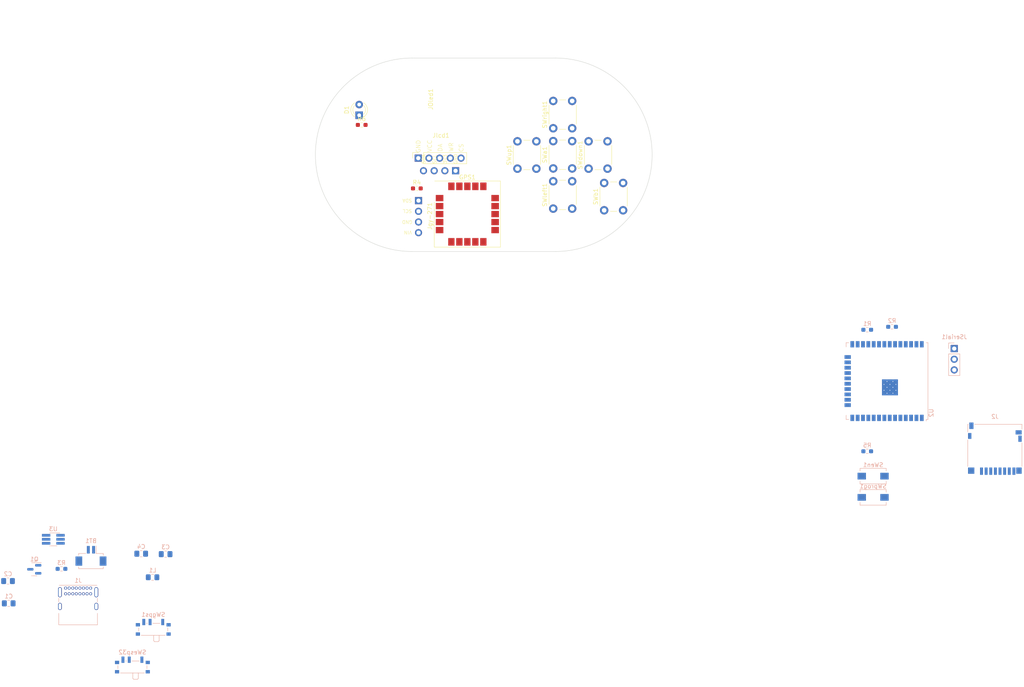
<source format=kicad_pcb>
(kicad_pcb (version 20221018) (generator pcbnew)
  (layers (0 "F.Cu" signal) (31 "B.Cu" signal) (34 "B.Paste" user) (35 "F.Paste" user) (36 "B.SilkS" user "B.Silkscreen") (37 "F.SilkS" user "F.Silkscreen") (38 "B.Mask" user) (39 "F.Mask" user) (44 "Edge.Cuts" user))
  (net 0 "")
  (net 1 "Net-(BT1-+)")
  (net 2 "GND")
  (net 3 "Net-(U3-VCC)")
  (net 4 "+3V3")
  (net 8 "CS")
  (net 9 "MISO")
  (net 10 "VCC")
  (net 11 "CLK")
  (net 12 "MOSI")
  (net 14 "SCL")
  (net 15 "SDA")
  (net 16 "Net-(D1-K)")
  (net 17 "Net-(JSerial1-Pin_1)")
  (net 18 "Net-(JSerial1-Pin_2)")
  (net 19 "Net-(SWesp32-B)")
  (net 20 "Net-(Q1-B)")
  (net 21 "Net-(Q1-E)")
  (net 22 "RX2")
  (net 23 "TX2")
  (net 24 "Net-(U3-Prog)")
  (net 25 "Net-(SWen1-B)")
  (net 26 "B5")
  (net 27 "B6")
  (net 28 "B2")
  (net 31 "B3")
  (net 32 "Net-(SWprog1-A)")
  (net 33 "B4")
  (net 34 "B1")
  (net 39 "Net-(D1-A)")
  (net 41 "lcd_data")
  (net 48 "lcd_wr")
  (net 49 "lcd_cs")
  (net 55 "Net-(GPS1-TXD)")
  (net 56 "Net-(GPS1-RXD)")
  (net 57 "Net-(GPS1-~{RESET})")
  (footprint "mia_libreria:Display_i2c_128x64" (layer "F.Cu") (at 130.7 57.3 90)
    (fp_text reference "JOled1" (at 17 1.7 90) (layer "F.SilkS"))
    (fp_text value "Conn_01x04_Shielded")
    (fp_text user "GND" (at 1.5 8.1 90 unlocked) (layer "F.SilkS") (effects (font (size 0.8 0.8) (thickness 0.1)) (justify left bottom)))
    (fp_text user "SDA" (at 1.6 0.5 90 unlocked) (layer "F.SilkS") (effects (font (size 0.8 0.8) (thickness 0.1)) (justify left bottom)))
    (fp_text user "3V3" (at 1.6 5.6 90 unlocked) (layer "F.SilkS") (effects (font (size 0.8 0.8) (thickness 0.1)) (justify left bottom)))
    (fp_text user "SCL" (at 1.6 3.1 90 unlocked) (layer "F.SilkS") (effects (font (size 0.8 0.8) (thickness 0.1)) (justify left bottom)))
    (pad "1" thru_hole rect (at 0 7.6 270) (size 1.7 1.7) (drill 1) (layers "*.Cu" "*.Mask") (net 2 "GND"))
    (pad "2" thru_hole oval (at 0 5.06 270) (size 1.7 1.7) (drill 1) (layers "*.Cu" "*.Mask") (net 10 "VCC"))
    (pad "3" thru_hole oval (at 0 2.52 270) (size 1.7 1.7) (drill 1) (layers "*.Cu" "*.Mask") (net 14 "SCL"))
    (pad "4" thru_hole oval (at 0 -0.02 270) (size 1.7 1.7) (drill 1) (layers "*.Cu" "*.Mask") (net 15 "SDA"))
  )
  (footprint "Button_Switch_THT:SW_PUSH_6mm" (layer "F.Cu") (at 169.9 56.8 90)
    (fp_text reference "SWdown1" (at 3.25 -2 90) (layer "F.SilkS"))
    (fp_text value "SW_SPST")
    (fp_line (start -0.25 1.5) (end -0.25 3) (stroke (width 0.12)) (layer "F.SilkS"))
    (fp_line (start 1 5.5) (end 5.5 5.5) (stroke (width 0.12)) (layer "F.SilkS"))
    (fp_line (start 5.5 -1) (end 1 -1) (stroke (width 0.12)) (layer "F.SilkS"))
    (fp_line (start 6.75 3) (end 6.75 1.5) (stroke (width 0.12)) (layer "F.SilkS"))
    (pad "1" thru_hole circle (at 0 0 180) (size 2 2) (drill 1.1) (layers "*.Cu" "*.Mask") (net 28 "B2"))
    (pad "1" thru_hole circle (at 6.5 0 180) (size 2 2) (drill 1.1) (layers "*.Cu" "*.Mask") (net 28 "B2"))
    (pad "2" thru_hole circle (at 0 4.5 180) (size 2 2) (drill 1.1) (layers "*.Cu" "*.Mask") (net 2 "GND"))
    (pad "2" thru_hole circle (at 6.5 4.5 180) (size 2 2) (drill 1.1) (layers "*.Cu" "*.Mask") (net 2 "GND"))
  )
  (footprint "Resistor_SMD:R_0603_1608Metric_Pad0.98x0.95mm_HandSolder" (layer "F.Cu") (at 116 46.4)
    (fp_text reference "R6" (at 0 -1.43) (layer "F.SilkS"))
    (fp_text value "R")
    (fp_line (start -0.254724 -0.5225) (end 0.254724 -0.5225) (stroke (width 0.12)) (layer "F.SilkS"))
    (fp_line (start -0.254724 0.5225) (end 0.254724 0.5225) (stroke (width 0.12)) (layer "F.SilkS"))
    (pad "1" smd roundrect (at -0.9125 0) (size 0.975 0.95) (layers "F.Cu" "F.Paste" "F.Mask") (net 16 "Net-(D1-K)"))
    (pad "2" smd roundrect (at 0.9125 0) (size 0.975 0.95) (layers "F.Cu" "F.Paste" "F.Mask") (net 2 "GND"))
  )
  (footprint "Button_Switch_THT:SW_PUSH_6mm" (layer "F.Cu") (at 161.5 47.2 90)
    (fp_text reference "SWright1" (at 3.25 -2 90) (layer "F.SilkS"))
    (fp_text value "SW_SPST")
    (fp_line (start -0.25 1.5) (end -0.25 3) (stroke (width 0.12)) (layer "F.SilkS"))
    (fp_line (start 1 5.5) (end 5.5 5.5) (stroke (width 0.12)) (layer "F.SilkS"))
    (fp_line (start 5.5 -1) (end 1 -1) (stroke (width 0.12)) (layer "F.SilkS"))
    (fp_line (start 6.75 3) (end 6.75 1.5) (stroke (width 0.12)) (layer "F.SilkS"))
    (pad "1" thru_hole circle (at 0 0 180) (size 2 2) (drill 1.1) (layers "*.Cu" "*.Mask") (net 33 "B4"))
    (pad "1" thru_hole circle (at 6.5 0 180) (size 2 2) (drill 1.1) (layers "*.Cu" "*.Mask") (net 33 "B4"))
    (pad "2" thru_hole circle (at 0 4.5 180) (size 2 2) (drill 1.1) (layers "*.Cu" "*.Mask") (net 2 "GND"))
    (pad "2" thru_hole circle (at 6.5 4.5 180) (size 2 2) (drill 1.1) (layers "*.Cu" "*.Mask") (net 2 "GND"))
  )
  (footprint "Button_Switch_THT:SW_PUSH_6mm" (layer "F.Cu") (at 161.5 66.3 90)
    (fp_text reference "SWleft1" (at 3.25 -2 90) (layer "F.SilkS"))
    (fp_text value "SW_SPST")
    (fp_line (start -0.25 1.5) (end -0.25 3) (stroke (width 0.12)) (layer "F.SilkS"))
    (fp_line (start 1 5.5) (end 5.5 5.5) (stroke (width 0.12)) (layer "F.SilkS"))
    (fp_line (start 5.5 -1) (end 1 -1) (stroke (width 0.12)) (layer "F.SilkS"))
    (fp_line (start 6.75 3) (end 6.75 1.5) (stroke (width 0.12)) (layer "F.SilkS"))
    (pad "1" thru_hole circle (at 0 0 180) (size 2 2) (drill 1.1) (layers "*.Cu" "*.Mask") (net 31 "B3"))
    (pad "1" thru_hole circle (at 6.5 0 180) (size 2 2) (drill 1.1) (layers "*.Cu" "*.Mask") (net 31 "B3"))
    (pad "2" thru_hole circle (at 0 4.5 180) (size 2 2) (drill 1.1) (layers "*.Cu" "*.Mask") (net 2 "GND"))
    (pad "2" thru_hole circle (at 6.5 4.5 180) (size 2 2) (drill 1.1) (layers "*.Cu" "*.Mask") (net 2 "GND"))
  )
  (footprint "Button_Switch_THT:SW_PUSH_6mm" (layer "F.Cu") (at 173.6 66.7 90)
    (fp_text reference "SWb1" (at 3.25 -2 90) (layer "F.SilkS"))
    (fp_text value "SW_SPST")
    (fp_line (start -0.25 1.5) (end -0.25 3) (stroke (width 0.12)) (layer "F.SilkS"))
    (fp_line (start 1 5.5) (end 5.5 5.5) (stroke (width 0.12)) (layer "F.SilkS"))
    (fp_line (start 5.5 -1) (end 1 -1) (stroke (width 0.12)) (layer "F.SilkS"))
    (fp_line (start 6.75 3) (end 6.75 1.5) (stroke (width 0.12)) (layer "F.SilkS"))
    (pad "1" thru_hole circle (at 0 0 180) (size 2 2) (drill 1.1) (layers "*.Cu" "*.Mask") (net 27 "B6"))
    (pad "1" thru_hole circle (at 6.5 0 180) (size 2 2) (drill 1.1) (layers "*.Cu" "*.Mask") (net 27 "B6"))
    (pad "2" thru_hole circle (at 0 4.5 180) (size 2 2) (drill 1.1) (layers "*.Cu" "*.Mask") (net 2 "GND"))
    (pad "2" thru_hole circle (at 6.5 4.5 180) (size 2 2) (drill 1.1) (layers "*.Cu" "*.Mask") (net 2 "GND"))
  )
  (footprint "Resistor_SMD:R_0603_1608Metric_Pad0.98x0.95mm_HandSolder" (layer "F.Cu") (at 129.1 61.5)
    (fp_text reference "R4" (at 0 -1.43) (layer "F.SilkS"))
    (fp_text value "3,3K")
    (fp_line (start -0.254724 -0.5225) (end 0.254724 -0.5225) (stroke (width 0.12)) (layer "F.SilkS"))
    (fp_line (start -0.254724 0.5225) (end 0.254724 0.5225) (stroke (width 0.12)) (layer "F.SilkS"))
    (pad "1" smd roundrect (at -0.9125 0) (size 0.975 0.95) (layers "F.Cu" "F.Paste" "F.Mask") (net 57 "Net-(GPS1-~{RESET})"))
    (pad "2" smd roundrect (at 0.9125 0) (size 0.975 0.95) (layers "F.Cu" "F.Paste" "F.Mask") (net 4 "+3V3"))
  )
  (footprint "Button_Switch_THT:SW_PUSH_6mm" (layer "F.Cu") (at 161.5 56.75 90)
    (fp_text reference "SWa1" (at 3.25 -2 90) (layer "F.SilkS"))
    (fp_text value "SW_SPST")
    (fp_line (start -0.25 1.5) (end -0.25 3) (stroke (width 0.12)) (layer "F.SilkS"))
    (fp_line (start 1 5.5) (end 5.5 5.5) (stroke (width 0.12)) (layer "F.SilkS"))
    (fp_line (start 5.5 -1) (end 1 -1) (stroke (width 0.12)) (layer "F.SilkS"))
    (fp_line (start 6.75 3) (end 6.75 1.5) (stroke (width 0.12)) (layer "F.SilkS"))
    (pad "1" thru_hole circle (at 0 0 180) (size 2 2) (drill 1.1) (layers "*.Cu" "*.Mask") (net 26 "B5"))
    (pad "1" thru_hole circle (at 6.5 0 180) (size 2 2) (drill 1.1) (layers "*.Cu" "*.Mask") (net 26 "B5"))
    (pad "2" thru_hole circle (at 0 4.5 180) (size 2 2) (drill 1.1) (layers "*.Cu" "*.Mask") (net 2 "GND"))
    (pad "2" thru_hole circle (at 6.5 4.5 180) (size 2 2) (drill 1.1) (layers "*.Cu" "*.Mask") (net 2 "GND"))
  )
  (footprint "Button_Switch_THT:SW_PUSH_6mm" (layer "F.Cu") (at 153 56.8 90)
    (fp_text reference "SWup1" (at 3.25 -2 90) (layer "F.SilkS"))
    (fp_text value "SW_SPST")
    (fp_line (start -0.25 1.5) (end -0.25 3) (stroke (width 0.12)) (layer "F.SilkS"))
    (fp_line (start 1 5.5) (end 5.5 5.5) (stroke (width 0.12)) (layer "F.SilkS"))
    (fp_line (start 5.5 -1) (end 1 -1) (stroke (width 0.12)) (layer "F.SilkS"))
    (fp_line (start 6.75 3) (end 6.75 1.5) (stroke (width 0.12)) (layer "F.SilkS"))
    (pad "1" thru_hole circle (at 0 0 180) (size 2 2) (drill 1.1) (layers "*.Cu" "*.Mask") (net 34 "B1"))
    (pad "1" thru_hole circle (at 6.5 0 180) (size 2 2) (drill 1.1) (layers "*.Cu" "*.Mask") (net 34 "B1"))
    (pad "2" thru_hole circle (at 0 4.5 180) (size 2 2) (drill 1.1) (layers "*.Cu" "*.Mask") (net 2 "GND"))
    (pad "2" thru_hole circle (at 6.5 4.5 180) (size 2 2) (drill 1.1) (layers "*.Cu" "*.Mask") (net 2 "GND"))
  )
  (footprint "LED_THT:LED_D3.0mm" (layer "F.Cu") (at 115.4 44.1 90)
    (fp_text reference "D1" (at 1.27 -2.96 90) (layer "F.SilkS"))
    (fp_text value "LED")
    (fp_line (start -0.29 -1.236) (end -0.29 -1.08) (stroke (width 0.12)) (layer "F.SilkS"))
    (fp_line (start -0.29 1.08) (end -0.29 1.236) (stroke (width 0.12)) (layer "F.SilkS"))
    (fp_arc (start -0.29 -1.235516) (mid 1.366487 -1.987659) (end 2.942335 -1.078608) (stroke (width 0.12)) (layer "F.SilkS"))
    (fp_arc (start 0.229039 -1.08) (mid 1.270117 -1.5) (end 2.31113 -1.079837) (stroke (width 0.12)) (layer "F.SilkS"))
    (fp_arc (start 2.31113 1.079837) (mid 1.270117 1.5) (end 0.229039 1.08) (stroke (width 0.12)) (layer "F.SilkS"))
    (fp_arc (start 2.942335 1.078608) (mid 1.366487 1.987659) (end -0.29 1.235516) (stroke (width 0.12)) (layer "F.SilkS"))
    (pad "1" thru_hole rect (at 0 0 90) (size 1.8 1.8) (drill 0.9) (layers "*.Cu" "*.Mask") (net 16 "Net-(D1-K)"))
    (pad "2" thru_hole circle (at 2.54 0 90) (size 1.8 1.8) (drill 0.9) (layers "*.Cu" "*.Mask") (net 39 "Net-(D1-A)"))
  )
  (footprint "RF_GPS:ublox_SAM-M8Q" (layer "F.Cu") (at 141.1 67.6)
    (fp_text reference "GPS1" (at 0 -8.75) (layer "F.SilkS"))
    (fp_text value "SAM-M8Q")
    (fp_line (start -7.86 -2.8) (end -7.86 7.86) (stroke (width 0.12)) (layer "F.SilkS"))
    (fp_line (start -7.86 7.86) (end 7.86 7.86) (stroke (width 0.12)) (layer "F.SilkS"))
    (fp_line (start -7.75 -7.86) (end 7.86 -7.86) (stroke (width 0.12)) (layer "F.SilkS"))
    (fp_line (start 7.86 -7.86) (end 7.86 7.86) (stroke (width 0.12)) (layer "F.SilkS"))
    (pad "1" smd rect (at -6.6 -3.8) (size 1.8 1.5) (layers "F.Cu" "F.Mask") (net 2 "GND"))
    (pad "2" smd rect (at -6.6 -1.9) (size 1.8 1.5) (layers "F.Cu" "F.Mask") (net 4 "+3V3"))
    (pad "3" smd rect (at -6.6 0) (size 1.8 1.5) (layers "F.Cu" "F.Mask") (net 4 "+3V3"))
    (pad "4" smd rect (at -6.6 1.9) (size 1.8 1.5) (layers "F.Cu" "F.Mask") (net 2 "GND"))
    (pad "5" smd rect (at -6.6 3.8) (size 1.8 1.5) (layers "F.Cu" "F.Mask") (net 2 "GND"))
    (pad "6" smd rect (at -3.8 6.6) (size 1.5 1.8) (layers "F.Cu" "F.Mask") (net 2 "GND"))
    (pad "7" smd rect (at -1.9 6.6) (size 1.5 1.8) (layers "F.Cu" "F.Mask"))
    (pad "8" smd rect (at 0 6.6) (size 1.5 1.8) (layers "F.Cu" "F.Mask"))
    (pad "9" smd rect (at 1.9 6.6) (size 1.5 1.8) (layers "F.Cu" "F.Mask"))
    (pad "10" smd rect (at 3.8 6.6) (size 1.5 1.8) (layers "F.Cu" "F.Mask") (net 2 "GND"))
    (pad "11" smd rect (at 6.6 3.8) (size 1.8 1.5) (layers "F.Cu" "F.Mask") (net 2 "GND"))
    (pad "12" smd rect (at 6.6 1.9) (size 1.8 1.5) (layers "F.Cu" "F.Mask"))
    (pad "13" smd rect (at 6.6 0) (size 1.8 1.5) (layers "F.Cu" "F.Mask") (net 55 "Net-(GPS1-TXD)"))
    (pad "14" smd rect (at 6.6 -1.9) (size 1.8 1.5) (layers "F.Cu" "F.Mask") (net 56 "Net-(GPS1-RXD)"))
    (pad "15" smd rect (at 6.6 -3.8) (size 1.8 1.5) (layers "F.Cu" "F.Mask") (net 2 "GND"))
    (pad "16" smd rect (at 3.8 -6.6) (size 1.5 1.8) (layers "F.Cu" "F.Mask") (net 2 "GND"))
    (pad "17" smd rect (at 1.9 -6.6) (size 1.5 1.8) (layers "F.Cu" "F.Mask") (net 4 "+3V3"))
    (pad "18" smd rect (at 0 -6.6) (size 1.5 1.8) (layers "F.Cu" "F.Mask") (net 57 "Net-(GPS1-~{RESET})"))
    (pad "19" smd rect (at -1.9 -6.6) (size 1.5 1.8) (layers "F.Cu" "F.Mask"))
    (pad "20" smd rect (at -3.8 -6.6) (size 1.5 1.8) (layers "F.Cu" "F.Mask") (net 2 "GND"))
  )
  (footprint "mia_libreria:display_7_segm_4_digits" (layer "F.Cu") (at 129.44 54.3 90)
    (fp_text reference "Jlcd1" (at 5.4 5.4) (layer "F.SilkS"))
    (fp_text value "Conn_01x05_Shielded")
    (fp_text user "GND" (at 1.2 0.6 90 unlocked) (layer "F.SilkS") (effects (font (thickness 0.1)) (justify left bottom)))
    (fp_text user "DA" (at 1.5 5.8 90 unlocked) (layer "F.SilkS") (effects (font (thickness 0.1)) (justify left bottom)))
    (fp_text user "CS" (at 1.4 10.8 90 unlocked) (layer "F.SilkS") (effects (font (thickness 0.1)) (justify left bottom)))
    (fp_text user "VCC" (at 1.4 3.3 90 unlocked) (layer "F.SilkS") (effects (font (thickness 0.1)) (justify left bottom)))
    (fp_text user "WR" (at 1.5 8.4 90 unlocked) (layer "F.SilkS") (effects (font (thickness 0.1)) (justify left bottom)))
    (fp_line (start -1.33 1.27) (end -1.33 11.49) (stroke (width 0.12)) (layer "F.SilkS"))
    (fp_line (start -1.33 1.27) (end 1.33 1.27) (stroke (width 0.12)) (layer "F.SilkS"))
    (fp_line (start -1.33 11.49) (end 1.33 11.49) (stroke (width 0.12)) (layer "F.SilkS"))
    (fp_line (start 0 -1.33) (end 1.33 -1.33) (stroke (width 0.12)) (layer "F.SilkS"))
    (fp_line (start 1.33 -1.33) (end 1.33 0) (stroke (width 0.12)) (layer "F.SilkS"))
    (fp_line (start 1.33 1.27) (end 1.33 11.49) (stroke (width 0.12)) (layer "F.SilkS"))
    (pad "1" thru_hole rect (at 0 0 90) (size 1.7 1.7) (drill 1) (layers "*.Cu" "*.Mask") (net 2 "GND"))
    (pad "2" thru_hole oval (at 0 2.54 90) (size 1.7 1.7) (drill 1) (layers "*.Cu" "*.Mask") (net 10 "VCC"))
    (pad "3" thru_hole oval (at 0 5.08 90) (size 1.7 1.7) (drill 1) (layers "*.Cu" "*.Mask") (net 41 "lcd_data"))
    (pad "4" thru_hole oval (at 0 7.62 90) (size 1.7 1.7) (drill 1) (layers "*.Cu" "*.Mask") (net 48 "lcd_wr"))
    (pad "5" thru_hole oval (at 0 10.16 90) (size 1.7 1.7) (drill 1) (layers "*.Cu" "*.Mask") (net 49 "lcd_cs"))
  )
  (footprint "mia_libreria:BMP280" (layer "F.Cu") (at 129.5 64.4)
    (fp_text reference "Jgy-271" (at 2.7 3.7 -90) (layer "F.SilkS"))
    (fp_text value "Conn_01x05_Shielded")
    (fp_text user "SDA" (at -1.5 -0.5 180 unlocked) (layer "F.SilkS") (effects (font (size 0.8 0.8) (thickness 0.1)) (justify left bottom)))
    (fp_text user "SCL" (at -1.5 2 180 unlocked) (layer "F.SilkS") (effects (font (size 0.8 0.8) (thickness 0.1)) (justify left bottom)))
    (fp_text user "VIN" (at -1.5 7.1 180 unlocked) (layer "F.SilkS") (effects (font (size 0.8 0.8) (thickness 0.1)) (justify left bottom)))
    (fp_text user "GND" (at -1.4 4.6 180 unlocked) (layer "F.SilkS") (effects (font (size 0.8 0.8) (thickness 0.1)) (justify left bottom)))
    (pad "1" thru_hole rect (at 0 0) (size 1.7 1.7) (drill 1) (layers "*.Cu" "*.Mask") (net 10 "VCC"))
    (pad "2" thru_hole oval (at 0 2.54) (size 1.7 1.7) (drill 1) (layers "*.Cu" "*.Mask") (net 2 "GND"))
    (pad "3" thru_hole oval (at 0 5.08) (size 1.7 1.7) (drill 1) (layers "*.Cu" "*.Mask") (net 14 "SCL"))
    (pad "4" thru_hole oval (at 0 7.62) (size 1.7 1.7) (drill 1) (layers "*.Cu" "*.Mask") (net 15 "SDA"))
  )
  (footprint "Package_TO_SOT_SMD:SOT-23" (layer "B.Cu") (at 38.2125 152.05 180)
    (fp_text reference "Q1" (at 0 2.4) (layer "B.SilkS") (effects (justify mirror)))
    (fp_text value "MMBTA92")
    (fp_line (start 0 -1.56) (end -0.65 -1.56) (stroke (width 0.12)) (layer "B.SilkS"))
    (fp_line (start 0 -1.56) (end 0.65 -1.56) (stroke (width 0.12)) (layer "B.SilkS"))
    (fp_line (start 0 1.56) (end -1.675 1.56) (stroke (width 0.12)) (layer "B.SilkS"))
    (fp_line (start 0 1.56) (end 0.65 1.56) (stroke (width 0.12)) (layer "B.SilkS"))
    (pad "1" smd roundrect (at -0.9375 0.95 180) (size 1.475 0.6) (layers "B.Cu" "B.Paste" "B.Mask") (net 20 "Net-(Q1-B)"))
    (pad "2" smd roundrect (at -0.9375 -0.95 180) (size 1.475 0.6) (layers "B.Cu" "B.Paste" "B.Mask") (net 21 "Net-(Q1-E)"))
    (pad "3" smd roundrect (at 0.9375 0 180) (size 1.475 0.6) (layers "B.Cu" "B.Paste" "B.Mask") (net 1 "Net-(BT1-+)"))
  )
  (footprint "Resistor_SMD:R_0603_1608Metric_Pad0.98x0.95mm_HandSolder" (layer "B.Cu") (at 236.1 95.1 180)
    (fp_text reference "R1" (at 0 1.43) (layer "B.SilkS") (effects (justify mirror)))
    (fp_text value "100R")
    (fp_line (start -0.254724 -0.5225) (end 0.254724 -0.5225) (stroke (width 0.12)) (layer "B.SilkS"))
    (fp_line (start -0.254724 0.5225) (end 0.254724 0.5225) (stroke (width 0.12)) (layer "B.SilkS"))
    (pad "1" smd roundrect (at -0.9125 0 180) (size 0.975 0.95) (layers "B.Cu" "B.Paste" "B.Mask") (net 22 "RX2"))
    (pad "2" smd roundrect (at 0.9125 0 180) (size 0.975 0.95) (layers "B.Cu" "B.Paste" "B.Mask") (net 55 "Net-(GPS1-TXD)"))
  )
  (footprint "Resistor_SMD:R_0603_1608Metric_Pad0.98x0.95mm_HandSolder" (layer "B.Cu") (at 242 94.4 180)
    (fp_text reference "R2" (at 0 1.43) (layer "B.SilkS") (effects (justify mirror)))
    (fp_text value "100R")
    (fp_line (start -0.254724 -0.5225) (end 0.254724 -0.5225) (stroke (width 0.12)) (layer "B.SilkS"))
    (fp_line (start -0.254724 0.5225) (end 0.254724 0.5225) (stroke (width 0.12)) (layer "B.SilkS"))
    (pad "1" smd roundrect (at -0.9125 0 180) (size 0.975 0.95) (layers "B.Cu" "B.Paste" "B.Mask") (net 23 "TX2"))
    (pad "2" smd roundrect (at 0.9125 0 180) (size 0.975 0.95) (layers "B.Cu" "B.Paste" "B.Mask") (net 56 "Net-(GPS1-RXD)"))
  )
  (footprint "Connector_Hirose:Hirose_DF13C_CL535-0402-2-51_1x02-1MP_P1.25mm_Vertical" (layer "B.Cu") (at 51.675 148.85 180)
    (fp_text reference "BT1" (at 0 3.55) (layer "B.SilkS") (effects (justify mirror)))
    (fp_text value "Battery_Cell")
    (fp_line (start -2.925 -3.05) (end 2.925 -3.05) (stroke (width 0.12)) (layer "B.SilkS"))
    (fp_line (start -2.925 -2.61) (end -2.925 -3.05) (stroke (width 0.12)) (layer "B.SilkS"))
    (fp_line (start -2.925 0.55) (end -2.925 0.11) (stroke (width 0.12)) (layer "B.SilkS"))
    (fp_line (start -1.235 0.55) (end -2.925 0.55) (stroke (width 0.12)) (layer "B.SilkS"))
    (fp_line (start -1.235 0.55) (end -1.235 2.35) (stroke (width 0.12)) (layer "B.SilkS"))
    (fp_line (start 1.235 0.55) (end 2.925 0.55) (stroke (width 0.12)) (layer "B.SilkS"))
    (fp_line (start 2.925 -3.05) (end 2.925 -2.61) (stroke (width 0.12)) (layer "B.SilkS"))
    (fp_line (start 2.925 0.55) (end 2.925 0.11) (stroke (width 0.12)) (layer "B.SilkS"))
    (pad "1" smd rect (at -0.625 1.45 180) (size 0.7 1.8) (layers "B.Cu" "B.Paste" "B.Mask") (net 1 "Net-(BT1-+)"))
    (pad "2" smd rect (at 0.625 1.45 180) (size 0.7 1.8) (layers "B.Cu" "B.Paste" "B.Mask") (net 2 "GND"))
    (pad "MP" smd rect (at -2.875 -1.25 180) (size 1.6 2.2) (layers "B.Cu" "B.Paste" "B.Mask"))
    (pad "MP" smd rect (at 2.875 -1.25 180) (size 1.6 2.2) (layers "B.Cu" "B.Paste" "B.Mask"))
  )
  (footprint "Capacitor_SMD:C_0805_2012Metric_Pad1.18x1.45mm_HandSolder" (layer "B.Cu") (at 69.4125 148.45 180)
    (fp_text reference "C3" (at 0 1.68) (layer "B.SilkS") (effects (justify mirror)))
    (fp_text value "22pF")
    (fp_line (start -0.261252 -0.735) (end 0.261252 -0.735) (stroke (width 0.12)) (layer "B.SilkS"))
    (fp_line (start -0.261252 0.735) (end 0.261252 0.735) (stroke (width 0.12)) (layer "B.SilkS"))
    (pad "1" smd roundrect (at -1.0375 0 180) (size 1.175 1.45) (layers "B.Cu" "B.Paste" "B.Mask") (roundrect_rratio 0.212766) (net 4 "+3V3"))
    (pad "2" smd roundrect (at 1.0375 0 180) (size 1.175 1.45) (layers "B.Cu" "B.Paste" "B.Mask") (roundrect_rratio 0.212766) (net 2 "GND"))
  )
  (footprint "Inductor_SMD:L_0805_2012Metric_Pad1.15x1.40mm_HandSolder" (layer "B.Cu") (at 66.3125 153.95 180)
    (fp_text reference "L1" (at 0 1.65) (layer "B.SilkS") (effects (justify mirror)))
    (fp_text value "120R@100Mhz")
    (fp_line (start -0.261252 -0.71) (end 0.261252 -0.71) (stroke (width 0.12)) (layer "B.SilkS"))
    (fp_line (start -0.261252 0.71) (end 0.261252 0.71) (stroke (width 0.12)) (layer "B.SilkS"))
    (pad "1" smd roundrect (at -1.025 0 180) (size 1.15 1.4) (layers "B.Cu" "B.Paste" "B.Mask") (roundrect_rratio 0.217391) (net 19 "Net-(SWesp32-B)"))
    (pad "2" smd roundrect (at 1.025 0 180) (size 1.15 1.4) (layers "B.Cu" "B.Paste" "B.Mask") (roundrect_rratio 0.217391) (net 4 "+3V3"))
  )
  (footprint "Resistor_SMD:R_0603_1608Metric_Pad0.98x0.95mm_HandSolder" (layer "B.Cu") (at 44.675 151.95 180)
    (fp_text reference "R3" (at 0 1.43) (layer "B.SilkS") (effects (justify mirror)))
    (fp_text value "5K")
    (fp_line (start -0.254724 -0.5225) (end 0.254724 -0.5225) (stroke (width 0.12)) (layer "B.SilkS"))
    (fp_line (start -0.254724 0.5225) (end 0.254724 0.5225) (stroke (width 0.12)) (layer "B.SilkS"))
    (pad "1" smd roundrect (at -0.9125 0 180) (size 0.975 0.95) (layers "B.Cu" "B.Paste" "B.Mask") (net 24 "Net-(U3-Prog)"))
    (pad "2" smd roundrect (at 0.9125 0 180) (size 0.975 0.95) (layers "B.Cu" "B.Paste" "B.Mask") (net 2 "GND"))
  )
  (footprint "Package_TO_SOT_SMD:TSOT-23-6_HandSoldering" (layer "B.Cu") (at 42.735 144.92 180)
    (fp_text reference "U3" (at 0 2.45) (layer "B.SilkS") (effects (justify mirror)))
    (fp_text value "LTC4054ES5-4.2")
    (fp_line (start -0.88 -1.56) (end 0.88 -1.56) (stroke (width 0.12)) (layer "B.SilkS"))
    (fp_line (start 0.88 1.51) (end -1.55 1.51) (stroke (width 0.12)) (layer "B.SilkS"))
    (pad "1" smd rect (at -1.71 0.95 180) (size 2 0.65) (layers "B.Cu" "B.Paste" "B.Mask") (net 21 "Net-(Q1-E)"))
    (pad "2" smd rect (at -1.71 0 180) (size 2 0.65) (layers "B.Cu" "B.Paste" "B.Mask") (net 2 "GND"))
    (pad "3" smd rect (at -1.71 -0.95 180) (size 2 0.65) (layers "B.Cu" "B.Paste" "B.Mask") (net 3 "Net-(U3-VCC)"))
    (pad "4" smd rect (at 1.71 -0.95 180) (size 2 0.65) (layers "B.Cu" "B.Paste" "B.Mask") (net 24 "Net-(U3-Prog)"))
    (pad "5" smd rect (at 1.71 0 180) (size 2 0.65) (layers "B.Cu" "B.Paste" "B.Mask") (net 1 "Net-(BT1-+)"))
    (pad "6" smd rect (at 1.71 0.95 180) (size 2 0.65) (layers "B.Cu" "B.Paste" "B.Mask") (net 20 "Net-(Q1-B)"))
  )
  (footprint "Capacitor_SMD:C_0805_2012Metric_Pad1.18x1.45mm_HandSolder" (layer "B.Cu") (at 63.6125 148.35 180)
    (fp_text reference "C4" (at 0 1.68) (layer "B.SilkS") (effects (justify mirror)))
    (fp_text value "4,7uF")
    (fp_line (start -0.261252 -0.735) (end 0.261252 -0.735) (stroke (width 0.12)) (layer "B.SilkS"))
    (fp_line (start -0.261252 0.735) (end 0.261252 0.735) (stroke (width 0.12)) (layer "B.SilkS"))
    (pad "1" smd roundrect (at -1.0375 0 180) (size 1.175 1.45) (layers "B.Cu" "B.Paste" "B.Mask") (roundrect_rratio 0.212766) (net 4 "+3V3"))
    (pad "2" smd roundrect (at 1.0375 0 180) (size 1.175 1.45) (layers "B.Cu" "B.Paste" "B.Mask") (roundrect_rratio 0.212766) (net 2 "GND"))
  )
  (footprint "RF_Module:ESP32-WROOM-32U" (layer "B.Cu") (at 240.81 107.3 90)
    (fp_text reference "U2" (at -7.58 10.5 90) (layer "B.SilkS") (effects (justify mirror)))
    (fp_text value "ESP32-WROOM-32U")
    (fp_line (start -9.12 -9.72) (end -8.12 -9.72) (stroke (width 0.12)) (layer "B.SilkS"))
    (fp_line (start -9.12 -9.1) (end -9.12 -9.72) (stroke (width 0.12)) (layer "B.SilkS"))
    (fp_line (start -9.12 9.3) (end -9.5 9.3) (stroke (width 0.12)) (layer "B.SilkS"))
    (fp_line (start -9.12 9.72) (end -9.12 9.3) (stroke (width 0.12)) (layer "B.SilkS"))
    (fp_line (start -9.12 9.72) (end 9.12 9.72) (stroke (width 0.12)) (layer "B.SilkS"))
    (fp_line (start 9.12 -9.72) (end 8.12 -9.72) (stroke (width 0.12)) (layer "B.SilkS"))
    (fp_line (start 9.12 -9.1) (end 9.12 -9.72) (stroke (width 0.12)) (layer "B.SilkS"))
    (fp_line (start 9.12 9.72) (end 9.12 9.3) (stroke (width 0.12)) (layer "B.SilkS"))
    (pad "1" smd rect (at -8.75 8.255 90) (size 1.5 0.9) (layers "B.Cu" "B.Paste" "B.Mask") (net 2 "GND"))
    (pad "2" smd rect (at -8.75 6.985 90) (size 1.5 0.9) (layers "B.Cu" "B.Paste" "B.Mask") (net 10 "VCC"))
    (pad "3" smd rect (at -8.75 5.715 90) (size 1.5 0.9) (layers "B.Cu" "B.Paste" "B.Mask") (net 25 "Net-(SWen1-B)"))
    (pad "4" smd rect (at -8.75 4.445 90) (size 1.5 0.9) (layers "B.Cu" "B.Paste" "B.Mask"))
    (pad "5" smd rect (at -8.75 3.175 90) (size 1.5 0.9) (layers "B.Cu" "B.Paste" "B.Mask"))
    (pad "6" smd rect (at -8.75 1.905 90) (size 1.5 0.9) (layers "B.Cu" "B.Paste" "B.Mask"))
    (pad "7" smd rect (at -8.75 0.635 90) (size 1.5 0.9) (layers "B.Cu" "B.Paste" "B.Mask"))
    (pad "8" smd rect (at -8.75 -0.635 90) (size 1.5 0.9) (layers "B.Cu" "B.Paste" "B.Mask") (net 39 "Net-(D1-A)"))
    (pad "9" smd rect (at -8.75 -1.905 90) (size 1.5 0.9) (layers "B.Cu" "B.Paste" "B.Mask"))
    (pad "10" smd rect (at -8.75 -3.175 90) (size 1.5 0.9) (layers "B.Cu" "B.Paste" "B.Mask") (net 33 "B4"))
    (pad "11" smd rect (at -8.75 -4.445 90) (size 1.5 0.9) (layers "B.Cu" "B.Paste" "B.Mask") (net 26 "B5"))
    (pad "12" smd rect (at -8.75 -5.715 90) (size 1.5 0.9) (layers "B.Cu" "B.Paste" "B.Mask") (net 27 "B6"))
    (pad "13" smd rect (at -8.75 -6.985 90) (size 1.5 0.9) (layers "B.Cu" "B.Paste" "B.Mask") (net 41 "lcd_data"))
    (pad "14" smd rect (at -8.75 -8.255 90) (size 1.5 0.9) (layers "B.Cu" "B.Paste" "B.Mask") (net 49 "lcd_cs"))
    (pad "15" smd rect (at -5.715 -9.35) (size 1.5 0.9) (layers "B.Cu" "B.Paste" "B.Mask") (net 2 "GND"))
    (pad "16" smd rect (at -4.445 -9.35) (size 1.5 0.9) (layers "B.Cu" "B.Paste" "B.Mask") (net 48 "lcd_wr"))
    (pad "17" smd rect (at -3.175 -9.35) (size 1.5 0.9) (layers "B.Cu" "B.Paste" "B.Mask"))
    (pad "18" smd rect (at -1.905 -9.35) (size 1.5 0.9) (layers "B.Cu" "B.Paste" "B.Mask"))
    (pad "19" smd rect (at -0.635 -9.35) (size 1.5 0.9) (layers "B.Cu" "B.Paste" "B.Mask"))
    (pad "20" smd rect (at 0.635 -9.35) (size 1.5 0.9) (layers "B.Cu" "B.Paste" "B.Mask"))
    (pad "21" smd rect (at 1.905 -9.35) (size 1.5 0.9) (layers "B.Cu" "B.Paste" "B.Mask"))
    (pad "22" smd rect (at 3.175 -9.35) (size 1.5 0.9) (layers "B.Cu" "B.Paste" "B.Mask"))
    (pad "23" smd rect (at 4.445 -9.35) (size 1.5 0.9) (layers "B.Cu" "B.Paste" "B.Mask") (net 31 "B3"))
    (pad "24" smd rect (at 5.715 -9.35) (size 1.5 0.9) (layers "B.Cu" "B.Paste" "B.Mask") (net 34 "B1"))
    (pad "25" smd rect (at 8.75 -8.255 90) (size 1.5 0.9) (layers "B.Cu" "B.Paste" "B.Mask") (net 32 "Net-(SWprog1-A)"))
    (pad "26" smd rect (at 8.75 -6.985 90) (size 1.5 0.9) (layers "B.Cu" "B.Paste" "B.Mask") (net 28 "B2"))
    (pad "27" smd rect (at 8.75 -5.715 90) (size 1.5 0.9) (layers "B.Cu" "B.Paste" "B.Mask") (net 22 "RX2"))
    (pad "28" smd rect (at 8.75 -4.445 90) (size 1.5 0.9) (layers "B.Cu" "B.Paste" "B.Mask") (net 23 "TX2"))
    (pad "29" smd rect (at 8.75 -3.175 90) (size 1.5 0.9) (layers "B.Cu" "B.Paste" "B.Mask") (net 8 "CS"))
    (pad "30" smd rect (at 8.75 -1.905 90) (size 1.5 0.9) (layers "B.Cu" "B.Paste" "B.Mask") (net 11 "CLK"))
    (pad "31" smd rect (at 8.75 -0.635 90) (size 1.5 0.9) (layers "B.Cu" "B.Paste" "B.Mask") (net 9 "MISO"))
    (pad "32" smd rect (at 8.75 0.635 90) (size 1.5 0.9) (layers "B.Cu" "B.Paste" "B.Mask"))
    (pad "33" smd rect (at 8.75 1.905 90) (size 1.5 0.9) (layers "B.Cu" "B.Paste" "B.Mask") (net 15 "SDA"))
    (pad "34" smd rect (at 8.75 3.175 90) (size 1.5 0.9) (layers "B.Cu" "B.Paste" "B.Mask") (net 18 "Net-(JSerial1-Pin_2)"))
    (pad "35" smd rect (at 8.75 4.445 90) (size 1.5 0.9) (layers "B.Cu" "B.Paste" "B.Mask") (net 17 "Net-(JSerial1-Pin_1)"))
    (pad "36" smd rect (at 8.75 5.715 90) (size 1.5 0.9) (layers "B.Cu" "B.Paste" "B.Mask") (net 14 "SCL"))
    (pad "37" smd rect (at 8.75 6.985 90) (size 1.5 0.9) (layers "B.Cu" "B.Paste" "B.Mask") (net 12 "MOSI"))
    (pad "38" smd rect (at 8.75 8.255 90) (size 1.5 0.9) (layers "B.Cu" "B.Paste" "B.Mask") (net 2 "GND"))
    (pad "39" smd rect (at -2.9 -0.71 90) (size 0.9 0.9) (layers "B.Cu" "B.Paste") (net 2 "GND"))
    (pad "39" thru_hole circle (at -2.9 -0.01 90) (size 0.6 0.6) (drill 0.2) (property pad_prop_heatsink) (layers "*.Cu" "B.Mask") (net 2 "GND"))
    (pad "39" smd rect (at -2.9 0.69 90) (size 0.9 0.9) (layers "B.Cu" "B.Paste") (net 2 "GND"))
    (pad "39" thru_hole circle (at -2.9 1.39 90) (size 0.6 0.6) (drill 0.2) (property pad_prop_heatsink) (layers "*.Cu" "B.Mask") (net 2 "GND"))
    (pad "39" smd rect (at -2.9 2.09 90) (size 0.9 0.9) (layers "B.Cu" "B.Paste") (net 2 "GND"))
    (pad "39" thru_hole circle (at -2.2 -0.71 90) (size 0.6 0.6) (drill 0.2) (property pad_prop_heatsink) (layers "*.Cu" "B.Mask") (net 2 "GND"))
    (pad "39" thru_hole circle (at -2.2 0.69 90) (size 0.6 0.6) (drill 0.2) (property pad_prop_heatsink) (layers "*.Cu" "B.Mask") (net 2 "GND"))
    (pad "39" thru_hole circle (at -2.2 2.09 90) (size 0.6 0.6) (drill 0.2) (property pad_prop_heatsink) (layers "*.Cu" "B.Mask") (net 2 "GND"))
    (pad "39" smd rect (at -1.5 -0.71 90) (size 0.9 0.9) (layers "B.Cu" "B.Paste") (net 2 "GND"))
    (pad "39" thru_hole circle (at -1.5 -0.01 90) (size 0.6 0.6) (drill 0.2) (property pad_prop_heatsink) (layers "*.Cu" "B.Mask") (net 2 "GND"))
    (pad "39" smd rect (at -1.5 0.69 90) (size 0.9 0.9) (layers "B.Cu" "B.Paste") (net 2 "GND"))
    (pad "39" smd rect (at -1.5 0.69 90) (size 3.8 3.8) (layers "B.Cu" "B.Mask") (net 2 "GND"))
    (pad "39" thru_hole circle (at -1.5 1.39 90) (size 0.6 0.6) (drill 0.2) (property pad_prop_heatsink) (layers "*.Cu" "B.Mask") (net 2 "GND"))
    (pad "39" smd rect (at -1.5 2.09 90) (size 0.9 0.9) (layers "B.Cu" "B.Paste") (net 2 "GND"))
    (pad "39" thru_hole circle (at -0.8 -0.71 90) (size 0.6 0.6) (drill 0.2) (property pad_prop_heatsink) (layers "*.Cu" "B.Mask") (net 2 "GND"))
    (pad "39" thru_hole circle (at -0.8 0.69 90) (size 0.6 0.6) (drill 0.2) (property pad_prop_heatsink) (layers "*.Cu" "B.Mask") (net 2 "GND"))
    (pad "39" thru_hole circle (at -0.8 2.09 90) (size 0.6 0.6) (drill 0.2) (property pad_prop_heatsink) (layers "*.Cu" "B.Mask") (net 2 "GND"))
    (pad "39" smd rect (at -0.1 -0.71 90) (size 0.9 0.9) (layers "B.Cu" "B.Paste") (net 2 "GND"))
    (pad "39" thru_hole circle (at -0.1 -0.01 90) (size 0.6 0.6) (drill 0.2) (property pad_prop_heatsink) (layers "*.Cu" "B.Mask") (net 2 "GND"))
    (pad "39" smd rect (at -0.1 0.69 90) (size 0.9 0.9) (layers "B.Cu" "B.Paste") (net 2 "GND"))
    (pad "39" thru_hole circle (at -0.1 1.39 90) (size 0.6 0.6) (drill 0.2) (property pad_prop_heatsink) (layers "*.Cu" "B.Mask") (net 2 "GND"))
    (pad "39" smd rect (at -0.1 2.09 90) (size 0.9 0.9) (layers "B.Cu" "B.Paste") (net 2 "GND"))
  )
  (footprint "Button_Switch_SMD:SW_SPST_EVQPE1" (layer "B.Cu") (at 237.5 129.9 180)
    (fp_text reference "SWen1" (at 0 2.65) (layer "B.SilkS") (effects (justify mirror)))
    (fp_text value "SW_SPST")
    (fp_line (start -3.1 -1.85) (end 3.1 -1.85) (stroke (width 0.12)) (layer "B.SilkS"))
    (fp_line (start -3.1 -1.2) (end -3.1 -1.85) (stroke (width 0.12)) (layer "B.SilkS"))
    (fp_line (start -3.1 1.85) (end -3.1 1.2) (stroke (width 0.12)) (layer "B.SilkS"))
    (fp_line (start 3.1 -1.85) (end 3.1 -1.2) (stroke (width 0.12)) (layer "B.SilkS"))
    (fp_line (start 3.1 1.85) (end -3.1 1.85) (stroke (width 0.12)) (layer "B.SilkS"))
    (fp_line (start 3.1 1.85) (end 3.1 1.2) (stroke (width 0.12)) (layer "B.SilkS"))
    (pad "1" smd rect (at -2.7 0 180) (size 2 1.6) (layers "B.Cu" "B.Paste" "B.Mask") (net 2 "GND"))
    (pad "2" smd rect (at 2.7 0 180) (size 2 1.6) (layers "B.Cu" "B.Paste" "B.Mask") (net 25 "Net-(SWen1-B)"))
  )
  (footprint "Button_Switch_SMD:SW_SPDT_PCM12" (layer "B.Cu") (at 66.475 166.02 180)
    (fp_text reference "SWgps1" (at 0 3.2) (layer "B.SilkS") (effects (justify mirror)))
    (fp_text value "SW_SPDT")
    (fp_line (start -3.45 0.07) (end -3.45 -0.72) (stroke (width 0.12)) (layer "B.SilkS"))
    (fp_line (start -2.85 -1.73) (end 2.85 -1.73) (stroke (width 0.12)) (layer "B.SilkS"))
    (fp_line (start -1.6 1.12) (end 0.1 1.12) (stroke (width 0.12)) (layer "B.SilkS"))
    (fp_line (start -1.4 -3.02) (end -1.2 -3.23) (stroke (width 0.12)) (layer "B.SilkS"))
    (fp_line (start -1.4 -1.73) (end -1.4 -3.02) (stroke (width 0.12)) (layer "B.SilkS"))
    (fp_line (start -1.2 -3.23) (end -0.3 -3.23) (stroke (width 0.12)) (layer "B.SilkS"))
    (fp_line (start -0.1 -3.02) (end -0.3 -3.23) (stroke (width 0.12)) (layer "B.SilkS"))
    (fp_line (start -0.1 -3.02) (end -0.1 -1.73) (stroke (width 0.12)) (layer "B.SilkS"))
    (fp_line (start 1.4 1.12) (end 1.6 1.12) (stroke (width 0.12)) (layer "B.SilkS"))
    (fp_line (start 3.45 -0.72) (end 3.45 0.07) (stroke (width 0.12)) (layer "B.SilkS"))
    (pad "" smd rect (at -3.65 -1.43 180) (size 1 0.8) (layers "B.Cu" "B.Paste" "B.Mask"))
    (pad "" smd rect (at -3.65 0.78 180) (size 1 0.8) (layers "B.Cu" "B.Paste" "B.Mask"))
    (pad "" np_thru_hole circle (at -1.5 -0.33 180) (size 0.9 0.9) (drill 0.9) (layers "*.Cu" "*.Mask"))
    (pad "" np_thru_hole circle (at 1.5 -0.33 180) (size 0.9 0.9) (drill 0.9) (layers "*.Cu" "*.Mask"))
    (pad "" smd rect (at 3.65 -1.43 180) (size 1 0.8) (layers "B.Cu" "B.Paste" "B.Mask"))
    (pad "" smd rect (at 3.65 0.78 180) (size 1 0.8) (layers "B.Cu" "B.Paste" "B.Mask"))
    (pad "1" smd rect (at -2.25 1.43 180) (size 0.7 1.5) (layers "B.Cu" "B.Paste" "B.Mask") (net 19 "Net-(SWesp32-B)"))
    (pad "2" smd rect (at 0.75 1.43 180) (size 0.7 1.5) (layers "B.Cu" "B.Paste" "B.Mask") (net 1 "Net-(BT1-+)"))
    (pad "3" smd rect (at 2.25 1.43 180) (size 0.7 1.5) (layers "B.Cu" "B.Paste" "B.Mask"))
  )
  (footprint "Button_Switch_SMD:SW_SPST_EVQPE1" (layer "B.Cu") (at 237.5 134.95 180)
    (fp_text reference "SWprog1" (at 0 2.65) (layer "B.SilkS") (effects (justify mirror)))
    (fp_text value "SW_SPST")
    (fp_line (start -3.1 -1.85) (end 3.1 -1.85) (stroke (width 0.12)) (layer "B.SilkS"))
    (fp_line (start -3.1 -1.2) (end -3.1 -1.85) (stroke (width 0.12)) (layer "B.SilkS"))
    (fp_line (start -3.1 1.85) (end -3.1 1.2) (stroke (width 0.12)) (layer "B.SilkS"))
    (fp_line (start 3.1 -1.85) (end 3.1 -1.2) (stroke (width 0.12)) (layer "B.SilkS"))
    (fp_line (start 3.1 1.85) (end -3.1 1.85) (stroke (width 0.12)) (layer "B.SilkS"))
    (fp_line (start 3.1 1.85) (end 3.1 1.2) (stroke (width 0.12)) (layer "B.SilkS"))
    (pad "1" smd rect (at -2.7 0 180) (size 2 1.6) (layers "B.Cu" "B.Paste" "B.Mask") (net 32 "Net-(SWprog1-A)"))
    (pad "2" smd rect (at 2.7 0 180) (size 2 1.6) (layers "B.Cu" "B.Paste" "B.Mask") (net 2 "GND"))
  )
  (footprint "Resistor_SMD:R_0603_1608Metric_Pad0.98x0.95mm_HandSolder" (layer "B.Cu") (at 236.1 124 180)
    (fp_text reference "R5" (at 0 1.43) (layer "B.SilkS") (effects (justify mirror)))
    (fp_text value "10K")
    (fp_line (start -0.254724 -0.5225) (end 0.254724 -0.5225) (stroke (width 0.12)) (layer "B.SilkS"))
    (fp_line (start -0.254724 0.5225) (end 0.254724 0.5225) (stroke (width 0.12)) (layer "B.SilkS"))
    (pad "1" smd roundrect (at -0.9125 0 180) (size 0.975 0.95) (layers "B.Cu" "B.Paste" "B.Mask") (net 10 "VCC"))
    (pad "2" smd roundrect (at 0.9125 0 180) (size 0.975 0.95) (layers "B.Cu" "B.Paste" "B.Mask") (net 25 "Net-(SWen1-B)"))
  )
  (footprint "Connector_PinSocket_2.54mm:PinSocket_1x03_P2.54mm_Vertical" (layer "B.Cu") (at 256.775 99.575 180)
    (fp_text reference "JSerial1" (at 0 2.77) (layer "B.SilkS") (effects (justify mirror)))
    (fp_text value "Conn_01x03_Shielded")
    (fp_line (start -1.33 -6.41) (end 1.33 -6.41) (stroke (width 0.12)) (layer "B.SilkS"))
    (fp_line (start -1.33 -1.27) (end -1.33 -6.41) (stroke (width 0.12)) (layer "B.SilkS"))
    (fp_line (start -1.33 -1.27) (end 1.33 -1.27) (stroke (width 0.12)) (layer "B.SilkS"))
    (fp_line (start 0 1.33) (end 1.33 1.33) (stroke (width 0.12)) (layer "B.SilkS"))
    (fp_line (start 1.33 -1.27) (end 1.33 -6.41) (stroke (width 0.12)) (layer "B.SilkS"))
    (fp_line (start 1.33 1.33) (end 1.33 0) (stroke (width 0.12)) (layer "B.SilkS"))
    (pad "1" thru_hole rect (at 0 0 180) (size 1.7 1.7) (drill 1) (layers "*.Cu" "*.Mask") (net 17 "Net-(JSerial1-Pin_1)"))
    (pad "2" thru_hole oval (at 0 -2.54 180) (size 1.7 1.7) (drill 1) (layers "*.Cu" "*.Mask") (net 18 "Net-(JSerial1-Pin_2)"))
    (pad "3" thru_hole oval (at 0 -5.08 180) (size 1.7 1.7) (drill 1) (layers "*.Cu" "*.Mask") (net 2 "GND"))
  )
  (footprint "Capacitor_SMD:C_0805_2012Metric_Pad1.18x1.45mm_HandSolder" (layer "B.Cu") (at 32.134166 160.15 180)
    (fp_text reference "C1" (at 0 1.68) (layer "B.SilkS") (effects (justify mirror)))
    (fp_text value "10uF")
    (fp_line (start -0.261252 -0.735) (end 0.261252 -0.735) (stroke (width 0.12)) (layer "B.SilkS"))
    (fp_line (start -0.261252 0.735) (end 0.261252 0.735) (stroke (width 0.12)) (layer "B.SilkS"))
    (pad "1" smd roundrect (at -1.0375 0 180) (size 1.175 1.45) (layers "B.Cu" "B.Paste" "B.Mask") (roundrect_rratio 0.212766) (net 1 "Net-(BT1-+)"))
    (pad "2" smd roundrect (at 1.0375 0 180) (size 1.175 1.45) (layers "B.Cu" "B.Paste" "B.Mask") (roundrect_rratio 0.212766) (net 2 "GND"))
  )
  (footprint "Connector_Card:microSD_HC_Hirose_DM3D-SF" (layer "B.Cu") (at 266.425 123.375 180)
    (fp_text reference "J2" (at -0.025 7.625) (layer "B.SilkS") (effects (justify mirror)))
    (fp_text value "Micro_SD_Card")
    (fp_line (start -6.435 1.375) (end -6.435 -4.225) (stroke (width 0.12)) (layer "B.SilkS"))
    (fp_line (start -6.435 4.625) (end -6.435 5.785) (stroke (width 0.12)) (layer "B.SilkS"))
    (fp_line (start -6.435 5.785) (end 4.825 5.785) (stroke (width 0.12)) (layer "B.SilkS"))
    (fp_line (start 6.325 5.785) (end 6.435 5.785) (stroke (width 0.12)) (layer "B.SilkS"))
    (fp_line (start 6.435 2.075) (end 6.435 -4.225) (stroke (width 0.12)) (layer "B.SilkS"))
    (fp_line (start 6.435 5.785) (end 6.435 3.975) (stroke (width 0.12)) (layer "B.SilkS"))
    (pad "1" smd rect (at 3.175 -5.35 180) (size 0.7 1.75) (layers "B.Cu" "B.Paste" "B.Mask"))
    (pad "2" smd rect (at 2.075 -5.35 180) (size 0.7 1.75) (layers "B.Cu" "B.Paste" "B.Mask") (net 8 "CS"))
    (pad "3" smd rect (at 0.975 -5.35 180) (size 0.7 1.75) (layers "B.Cu" "B.Paste" "B.Mask") (net 9 "MISO"))
    (pad "4" smd rect (at -0.125 -5.35 180) (size 0.7 1.75) (layers "B.Cu" "B.Paste" "B.Mask") (net 10 "VCC"))
    (pad "5" smd rect (at -1.225 -5.35 180) (size 0.7 1.75) (layers "B.Cu" "B.Paste" "B.Mask") (net 11 "CLK"))
    (pad "6" smd rect (at -2.325 -5.35 180) (size 0.7 1.75) (layers "B.Cu" "B.Paste" "B.Mask") (net 2 "GND"))
    (pad "7" smd rect (at -3.425 -5.35 180) (size 0.7 1.75) (layers "B.Cu" "B.Paste" "B.Mask") (net 12 "MOSI"))
    (pad "8" smd rect (at -4.525 -5.35 180) (size 0.7 1.75) (layers "B.Cu" "B.Paste" "B.Mask"))
    (pad "9" smd rect (at -5.65 3.875 180) (size 1.45 1) (layers "B.Cu" "B.Paste" "B.Mask") (net 2 "GND"))
    (pad "10" smd rect (at 5.575 5.45 180) (size 1 1.55) (layers "B.Cu" "B.Paste" "B.Mask"))
    (pad "11" smd rect (at -5.975 2.375 180) (size 0.8 1.5) (layers "B.Cu" "B.Paste" "B.Mask"))
    (pad "11" smd rect (at -5.725 -5.225 180) (size 1.3 1.5) (layers "B.Cu" "B.Paste" "B.Mask"))
    (pad "11" smd rect (at 5.625 -5.225 180) (size 1.5 1.5) (layers "B.Cu" "B.Paste" "B.Mask"))
    (pad "11" smd rect (at 5.975 3.025 180) (size 0.8 1.4) (layers "B.Cu" "B.Paste" "B.Mask"))
  )
  (footprint "Capacitor_SMD:C_0805_2012Metric_Pad1.18x1.45mm_HandSolder" (layer "B.Cu") (at 31.971666 154.85 180)
    (fp_text reference "C2" (at 0 1.68) (layer "B.SilkS") (effects (justify mirror)))
    (fp_text value "1uF")
    (fp_line (start -0.261252 -0.735) (end 0.261252 -0.735) (stroke (width 0.12)) (layer "B.SilkS"))
    (fp_line (start -0.261252 0.735) (end 0.261252 0.735) (stroke (width 0.12)) (layer "B.SilkS"))
    (pad "1" smd roundrect (at -1.0375 0 180) (size 1.175 1.45) (layers "B.Cu" "B.Paste" "B.Mask") (roundrect_rratio 0.212766) (net 3 "Net-(U3-VCC)"))
    (pad "2" smd roundrect (at 1.0375 0 180) (size 1.175 1.45) (layers "B.Cu" "B.Paste" "B.Mask") (roundrect_rratio 0.212766) (net 2 "GND"))
  )
  (footprint "Connector_USB:USB_C_Receptacle_GCT_USB4085" (layer "B.Cu") (at 51.6 156.525 180)
    (fp_text reference "J1" (at 2.975 1.8) (layer "B.SilkS") (effects (justify mirror)))
    (fp_text value "USB_C_Receptacle_PowerOnly_6P")
    (fp_line (start -1.62 -8.73) (end 7.57 -8.73) (stroke (width 0.12)) (layer "B.SilkS"))
    (fp_line (start -1.62 -6) (end -1.62 -8.73) (stroke (width 0.12)) (layer "B.SilkS"))
    (fp_line (start -1.62 -2.4) (end -1.62 -3.3) (stroke (width 0.12)) (layer "B.SilkS"))
    (fp_line (start -1.5 0.68) (end 7.45 0.68) (stroke (width 0.12)) (layer "B.SilkS"))
    (fp_line (start 7.57 -6) (end 7.57 -8.73) (stroke (width 0.12)) (layer "B.SilkS"))
    (fp_line (start 7.57 -2.4) (end 7.57 -3.3) (stroke (width 0.12)) (layer "B.SilkS"))
    (pad "A1" thru_hole circle (at 0 0 180) (size 0.7 0.7) (drill 0.4) (layers "*.Cu" "*.Mask"))
    (pad "A4" thru_hole circle (at 0.85 0 180) (size 0.7 0.7) (drill 0.4) (layers "*.Cu" "*.Mask"))
    (pad "A5" thru_hole circle (at 1.7 0 180) (size 0.7 0.7) (drill 0.4) (layers "*.Cu" "*.Mask"))
    (pad "A6" thru_hole circle (at 2.55 0 180) (size 0.7 0.7) (drill 0.4) (layers "*.Cu" "*.Mask"))
    (pad "A7" thru_hole circle (at 3.4 0 180) (size 0.7 0.7) (drill 0.4) (layers "*.Cu" "*.Mask"))
    (pad "A8" thru_hole circle (at 4.25 0 180) (size 0.7 0.7) (drill 0.4) (layers "*.Cu" "*.Mask"))
    (pad "A9" thru_hole circle (at 5.1 0 180) (size 0.7 0.7) (drill 0.4) (layers "*.Cu" "*.Mask") (net 3 "Net-(U3-VCC)"))
    (pad "A12" thru_hole circle (at 5.95 0 180) (size 0.7 0.7) (drill 0.4) (layers "*.Cu" "*.Mask") (net 2 "GND"))
    (pad "B1" thru_hole circle (at 5.95 -1.35 180) (size 0.7 0.7) (drill 0.4) (layers "*.Cu" "*.Mask"))
    (pad "B4" thru_hole circle (at 5.1 -1.35 180) (size 0.7 0.7) (drill 0.4) (layers "*.Cu" "*.Mask"))
    (pad "B5" thru_hole circle (at 4.25 -1.35 180) (size 0.7 0.7) (drill 0.4) (layers "*.Cu" "*.Mask"))
    (pad "B6" thru_hole circle (at 3.4 -1.35 180) (size 0.7 0.7) (drill 0.4) (layers "*.Cu" "*.Mask"))
    (pad "B7" thru_hole circle (at 2.55 -1.35 180) (size 0.7 0.7) (drill 0.4) (layers "*.Cu" "*.Mask"))
    (pad "B8" thru_hole circle (at 1.7 -1.35 180) (size 0.7 0.7) (drill 0.4) (layers "*.Cu" "*.Mask"))
    (pad "B9" thru_hole circle (at 0.85 -1.35 180) (size 0.7 0.7) (drill 0.4) (layers "*.Cu" "*.Mask") (net 3 "Net-(U3-VCC)"))
    (pad "B12" thru_hole circle (at 0 -1.35 180) (size 0.7 0.7) (drill 0.4) (layers "*.Cu" "*.Mask") (net 2 "GND"))
    (pad "S1" thru_hole oval (at -1.35 -4.36 180) (size 0.9 1.7) (drill oval 0.6 1.4) (layers "*.Cu" "*.Mask") (net 2 "GND"))
    (pad "S1" thru_hole oval (at -1.35 -0.98 180) (size 0.9 2.4) (drill oval 0.6 2.1) (layers "*.Cu" "*.Mask") (net 2 "GND"))
    (pad "S1" thru_hole oval (at 7.3 -4.36 180) (size 0.9 1.7) (drill oval 0.6 1.4) (layers "*.Cu" "*.Mask") (net 2 "GND"))
    (pad "S1" thru_hole oval (at 7.3 -0.98 180) (size 0.9 2.4) (drill oval 0.6 2.1) (layers "*.Cu" "*.Mask") (net 2 "GND"))
  )
  (footprint "Button_Switch_SMD:SW_SPDT_PCM12" (layer "B.Cu") (at 61.525 174.98 180)
    (fp_text reference "SWesp32" (at 0 3.2) (layer "B.SilkS") (effects (justify mirror)))
    (fp_text value "SW_SPDT")
    (fp_line (start -3.45 0.07) (end -3.45 -0.72) (stroke (width 0.12)) (layer "B.SilkS"))
    (fp_line (start -2.85 -1.73) (end 2.85 -1.73) (stroke (width 0.12)) (layer "B.SilkS"))
    (fp_line (start -1.6 1.12) (end 0.1 1.12) (stroke (width 0.12)) (layer "B.SilkS"))
    (fp_line (start -1.4 -3.02) (end -1.2 -3.23) (stroke (width 0.12)) (layer "B.SilkS"))
    (fp_line (start -1.4 -1.73) (end -1.4 -3.02) (stroke (width 0.12)) (layer "B.SilkS"))
    (fp_line (start -1.2 -3.23) (end -0.3 -3.23) (stroke (width 0.12)) (layer "B.SilkS"))
    (fp_line (start -0.1 -3.02) (end -0.3 -3.23) (stroke (width 0.12)) (layer "B.SilkS"))
    (fp_line (start -0.1 -3.02) (end -0.1 -1.73) (stroke (width 0.12)) (layer "B.SilkS"))
    (fp_line (start 1.4 1.12) (end 1.6 1.12) (stroke (width 0.12)) (layer "B.SilkS"))
    (fp_line (start 3.45 -0.72) (end 3.45 0.07) (stroke (width 0.12)) (layer "B.SilkS"))
    (pad "" smd rect (at -3.65 -1.43 180) (size 1 0.8) (layers "B.Cu" "B.Paste" "B.Mask"))
    (pad "" smd rect (at -3.65 0.78 180) (size 1 0.8) (layers "B.Cu" "B.Paste" "B.Mask"))
    (pad "" np_thru_hole circle (at -1.5 -0.33 180) (size 0.9 0.9) (drill 0.9) (layers "*.Cu" "*.Mask"))
    (pad "" np_thru_hole circle (at 1.5 -0.33 180) (size 0.9 0.9) (drill 0.9) (layers "*.Cu" "*.Mask"))
    (pad "" smd rect (at 3.65 -1.43 180) (size 1 0.8) (layers "B.Cu" "B.Paste" "B.Mask"))
    (pad "" smd rect (at 3.65 0.78 180) (size 1 0.8) (layers "B.Cu" "B.Paste" "B.Mask"))
    (pad "1" smd rect (at -2.25 1.43 180) (size 0.7 1.5) (layers "B.Cu" "B.Paste" "B.Mask") (net 10 "VCC"))
    (pad "2" smd rect (at 0.75 1.43 180) (size 0.7 1.5) (layers "B.Cu" "B.Paste" "B.Mask") (net 19 "Net-(SWesp32-B)"))
    (pad "3" smd rect (at 2.25 1.43 180) (size 0.7 1.5) (layers "B.Cu" "B.Paste" "B.Mask"))
  )
  (gr_line (start 128 76.5) (end 162 76.5) (stroke (width 0.1)) (layer "Edge.Cuts"))
  (gr_arc (start 128 76.5) (mid 105 53.5) (end 128 30.5) (stroke (width 0.1)) (layer "Edge.Cuts"))
  (gr_arc (start 162 30.5) (mid 185 53.5) (end 162 76.5) (stroke (width 0.1)) (layer "Edge.Cuts"))
  (gr_line (start 128 30.5) (end 162 30.5) (stroke (width 0.1)) (layer "Edge.Cuts"))
)
</source>
